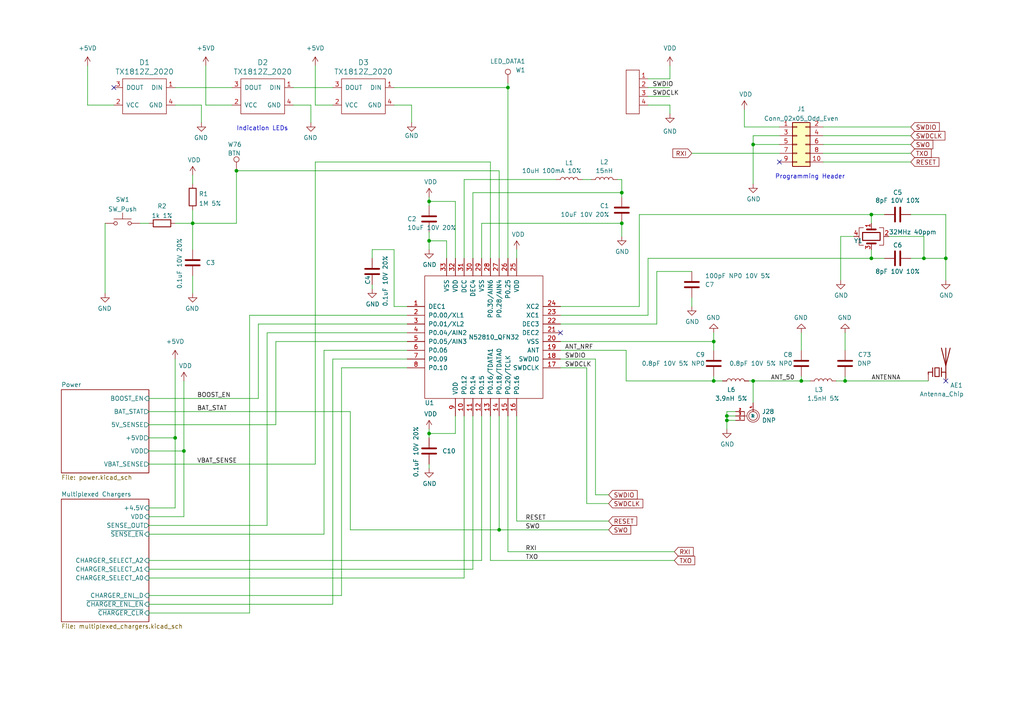
<source format=kicad_sch>
(kicad_sch (version 20211123) (generator eeschema)
  (paper "A4")
  (lib_symbols
    (symbol "Connector_Generic:Conn_02x05_Odd_Even" (pin_names (offset 1.016) hide)
      (property "Reference" "J" (at 1.27 7.62 0))
      (property "Value" "Conn_02x05_Odd_Even" (at 1.27 -7.62 0))
      (symbol "Conn_02x05_Odd_Even_1_1"
        (rectangle (start -1.27 -4.953) (end 0 -5.207) (stroke (width 0.1524)))
        (rectangle (start -1.27 -2.413) (end 0 -2.667) (stroke (width 0.1524)))
        (rectangle (start -1.27 0.127) (end 0 -0.127) (stroke (width 0.1524)))
        (rectangle (start -1.27 2.667) (end 0 2.413) (stroke (width 0.1524)))
        (rectangle (start -1.27 5.207) (end 0 4.953) (stroke (width 0.1524)))
        (rectangle (start -1.27 6.35) (end 3.81 -6.35) (stroke (width 0.254)) (fill (type background)))
        (rectangle (start 3.81 -4.953) (end 2.54 -5.207) (stroke (width 0.1524)))
        (rectangle (start 3.81 -2.413) (end 2.54 -2.667) (stroke (width 0.1524)))
        (rectangle (start 3.81 0.127) (end 2.54 -0.127) (stroke (width 0.1524)))
        (rectangle (start 3.81 2.667) (end 2.54 2.413) (stroke (width 0.1524)))
        (rectangle (start 3.81 5.207) (end 2.54 4.953) (stroke (width 0.1524)))
        (pin passive line (at -5.08 5.08 0) (length 3.81) (name "Pin_1") (number "1"))
        (pin passive line (at 7.62 -5.08 180) (length 3.81) (name "Pin_10") (number "10"))
        (pin passive line (at 7.62 5.08 180) (length 3.81) (name "Pin_2") (number "2"))
        (pin passive line (at -5.08 2.54 0) (length 3.81) (name "Pin_3") (number "3"))
        (pin passive line (at 7.62 2.54 180) (length 3.81) (name "Pin_4") (number "4"))
        (pin passive line (at -5.08 0 0) (length 3.81) (name "Pin_5") (number "5"))
        (pin passive line (at 7.62 0 180) (length 3.81) (name "Pin_6") (number "6"))
        (pin passive line (at -5.08 -2.54 0) (length 3.81) (name "Pin_7") (number "7"))
        (pin passive line (at 7.62 -2.54 180) (length 3.81) (name "Pin_8") (number "8"))
        (pin passive line (at -5.08 -5.08 0) (length 3.81) (name "Pin_9") (number "9"))
      )
    )
    (symbol "Device:Antenna_Chip" (pin_numbers hide) (pin_names (offset 1.016) hide)
      (property "Reference" "AE" (at 0 5.08 0))
      (property "Value" "Antenna_Chip" (at 0 3.175 0))
      (symbol "Antenna_Chip_0_1"
        (polyline (pts (xy -2.54 0) (xy -2.54 -0.635)) (stroke (width 0.254)))
        (polyline (pts (xy -2.54 0) (xy -1.27 0)) (stroke (width 0.254)))
        (polyline (pts (xy 1.27 0) (xy 2.54 0)) (stroke (width 0.254)))
        (polyline (pts (xy 1.27 1.27) (xy 1.27 -1.27)) (stroke (width 0.254)))
        (polyline (pts (xy 2.54 -0.635) (xy 2.54 0)))
        (polyline (pts (xy 2.54 6.985) (xy 2.54 -1.905)) (stroke (width 0.254)))
        (polyline (pts (xy -1.27 1.27) (xy -1.27 -1.27) (xy -1.27 0)) (stroke (width 0.254)))
        (polyline (pts (xy 3.81 6.985) (xy 2.54 1.905) (xy 1.27 6.985)) (stroke (width 0.254)))
        (polyline (pts (xy -0.635 1.27) (xy 0.635 1.27) (xy 0.635 -1.27) (xy -0.635 -1.27) (xy -0.635 1.27)) (stroke (width 0.254)))
      )
      (symbol "Antenna_Chip_1_1"
        (pin input line (at -2.54 -2.54 90) (length 2.54) (name "FEED") (number "1"))
        (pin passive line (at 2.54 -2.54 90) (length 2.54) (name "PCB_Trace") (number "2"))
      )
    )
    (symbol "Device:C" (pin_numbers hide) (pin_names (offset 0.254))
      (property "Reference" "C" (at 0.635 2.54 0))
      (property "Value" "C" (at 0.635 -2.54 0))
      (symbol "C_0_1"
        (polyline (pts (xy -2.032 -0.762) (xy 2.032 -0.762)) (stroke (width 0.508)))
        (polyline (pts (xy -2.032 0.762) (xy 2.032 0.762)) (stroke (width 0.508)))
      )
      (symbol "C_1_1"
        (pin passive line (at 0 3.81 270) (length 2.794) (name "~") (number "1"))
        (pin passive line (at 0 -3.81 90) (length 2.794) (name "~") (number "2"))
      )
    )
    (symbol "Device:Crystal_GND24" (pin_names (offset 1.016) hide)
      (property "Reference" "Y" (at 3.175 5.08 0))
      (property "Value" "Crystal_GND24" (at 3.175 3.175 0))
      (symbol "Crystal_GND24_0_1"
        (rectangle (start -1.143 2.54) (end 1.143 -2.54) (stroke (width 0.3048)))
        (polyline (pts (xy -2.54 0) (xy -2.032 0)))
        (polyline (pts (xy -2.032 -1.27) (xy -2.032 1.27)) (stroke (width 0.508)))
        (polyline (pts (xy 0 -3.81) (xy 0 -3.556)))
        (polyline (pts (xy 0 3.556) (xy 0 3.81)))
        (polyline (pts (xy 2.032 -1.27) (xy 2.032 1.27)) (stroke (width 0.508)))
        (polyline (pts (xy 2.032 0) (xy 2.54 0)))
        (polyline (pts (xy -2.54 -2.286) (xy -2.54 -3.556) (xy 2.54 -3.556) (xy 2.54 -2.286)))
        (polyline (pts (xy -2.54 2.286) (xy -2.54 3.556) (xy 2.54 3.556) (xy 2.54 2.286)))
      )
      (symbol "Crystal_GND24_1_1"
        (pin passive line (at -3.81 0 0) (length 1.27) (name "1") (number "1"))
        (pin passive line (at 0 5.08 270) (length 1.27) (name "2") (number "2"))
        (pin passive line (at 3.81 0 180) (length 1.27) (name "3") (number "3"))
        (pin passive line (at 0 -5.08 90) (length 1.27) (name "4") (number "4"))
      )
    )
    (symbol "Device:L" (pin_numbers hide) (pin_names (offset 1.016) hide)
      (property "Reference" "L" (at -1.27 0 90))
      (property "Value" "L" (at 1.905 0 90))
      (symbol "L_0_1"
        (arc (start 0 -2.54) (mid 0.635 -1.905) (end 0 -1.27))
        (arc (start 0 -1.27) (mid 0.635 -0.635) (end 0 0))
        (arc (start 0 0) (mid 0.635 0.635) (end 0 1.27))
        (arc (start 0 1.27) (mid 0.635 1.905) (end 0 2.54))
      )
      (symbol "L_1_1"
        (pin passive line (at 0 3.81 270) (length 1.27) (name "1") (number "1"))
        (pin passive line (at 0 -3.81 90) (length 1.27) (name "2") (number "2"))
      )
    )
    (symbol "Device:R" (pin_numbers hide) (pin_names (offset 0))
      (property "Reference" "R" (at 2.032 0 90))
      (property "Value" "R" (at 0 0 90))
      (symbol "R_0_1"
        (rectangle (start -1.016 -2.54) (end 1.016 2.54) (stroke (width 0.254)))
      )
      (symbol "R_1_1"
        (pin passive line (at 0 3.81 270) (length 1.27) (name "~") (number "1"))
        (pin passive line (at 0 -3.81 90) (length 1.27) (name "~") (number "2"))
      )
    )
    (symbol "Pixels-dice:N52810_QFN32" (pin_names (offset 1.016))
      (property "Reference" "U" (at 13.97 -19.05 0))
      (property "Value" "N52810_QFN32" (at 2.54 0 0))
      (symbol "N52810_QFN32_0_1"
        (rectangle (start -17.78 17.78) (end 16.51 -17.78))
      )
      (symbol "N52810_QFN32_1_1"
        (pin power_out line (at -22.86 8.89 0) (length 5.08) (name "DEC1") (number "1"))
        (pin bidirectional line (at -6.35 -22.86 90) (length 5.08) (name "P0.12") (number "10"))
        (pin bidirectional line (at -3.81 -22.86 90) (length 5.08) (name "P0.14") (number "11"))
        (pin bidirectional line (at -1.27 -22.86 90) (length 5.08) (name "P0.15") (number "12"))
        (pin bidirectional line (at 1.27 -22.86 90) (length 5.08) (name "P0.16/TDATA1") (number "13"))
        (pin bidirectional line (at 3.81 -22.86 90) (length 5.08) (name "P0.18/TDATA0") (number "14"))
        (pin bidirectional line (at 6.35 -22.86 90) (length 5.08) (name "P0.20/TCLK") (number "15"))
        (pin bidirectional line (at 8.89 -22.86 90) (length 5.08) (name "P0.16") (number "16"))
        (pin bidirectional line (at 21.59 -8.89 180) (length 5.08) (name "SWDCLK") (number "17"))
        (pin bidirectional line (at 21.59 -6.35 180) (length 5.08) (name "SWDIO") (number "18"))
        (pin output line (at 21.59 -3.81 180) (length 5.08) (name "ANT") (number "19"))
        (pin bidirectional line (at -22.86 6.35 0) (length 5.08) (name "P0.00/XL1") (number "2"))
        (pin output line (at 21.59 -1.27 180) (length 5.08) (name "VSS") (number "20"))
        (pin output line (at 21.59 1.27 180) (length 5.08) (name "DEC2") (number "21"))
        (pin output line (at 21.59 3.81 180) (length 5.08) (name "DEC3") (number "22"))
        (pin output line (at 21.59 6.35 180) (length 5.08) (name "XC1") (number "23"))
        (pin input line (at 21.59 8.89 180) (length 5.08) (name "XC2") (number "24"))
        (pin power_in line (at 8.89 22.86 270) (length 5.08) (name "VDD") (number "25"))
        (pin bidirectional line (at 6.35 22.86 270) (length 5.08) (name "P0.25") (number "26"))
        (pin bidirectional line (at 3.81 22.86 270) (length 5.08) (name "P0.28/AIN4") (number "27"))
        (pin bidirectional line (at 1.27 22.86 270) (length 5.08) (name "P0.30/AIN6") (number "28"))
        (pin power_in line (at -1.27 22.86 270) (length 5.08) (name "VSS") (number "29"))
        (pin bidirectional line (at -22.86 3.81 0) (length 5.08) (name "P0.01/XL2") (number "3"))
        (pin output line (at -3.81 22.86 270) (length 5.08) (name "DEC4") (number "30"))
        (pin output line (at -6.35 22.86 270) (length 5.08) (name "DCC") (number "31"))
        (pin power_in line (at -8.89 22.86 270) (length 5.08) (name "VDD") (number "32"))
        (pin power_in line (at -11.43 22.86 270) (length 5.08) (name "VSS") (number "33"))
        (pin bidirectional line (at -22.86 1.27 0) (length 5.08) (name "P0.04/AIN2") (number "4"))
        (pin bidirectional line (at -22.86 -1.27 0) (length 5.08) (name "P0.05/AIN3") (number "5"))
        (pin bidirectional line (at -22.86 -3.81 0) (length 5.08) (name "P0.06") (number "6"))
        (pin bidirectional line (at -22.86 -6.35 0) (length 5.08) (name "P0.09") (number "7"))
        (pin bidirectional line (at -22.86 -8.89 0) (length 5.08) (name "P0.10") (number "8"))
        (pin power_in line (at -8.89 -22.86 90) (length 5.08) (name "VDD") (number "9"))
      )
    )
    (symbol "Pixels-dice:TEST_1P-conn" (pin_numbers hide) (pin_names (offset 0.762) hide)
      (property "Reference" "W" (at 0 6.858 0))
      (property "Value" "TEST_1P-conn" (at 0 5.08 0))
      (symbol "TEST_1P-conn_0_1"
        (circle (center 0 3.302) (radius 0.762))
      )
      (symbol "TEST_1P-conn_1_1"
        (pin passive line (at 0 0 90) (length 2.54) (name "1") (number "1"))
      )
    )
    (symbol "Pixels-dice:TX1812Z_2020" (pin_names (offset 1.016))
      (property "Reference" "D" (at 0 -6.35 0))
      (property "Value" "TX1812Z_2020" (at 0 6.35 0))
      (symbol "TX1812Z_2020_0_1"
        (rectangle (start -6.35 5.08) (end 6.35 -5.08))
      )
      (symbol "TX1812Z_2020_1_1"
        (pin input line (at -8.89 2.54 0) (length 2.54) (name "DIN") (number "1"))
        (pin power_in line (at 8.89 -2.54 180) (length 2.54) (name "VCC") (number "2"))
        (pin output line (at 8.89 2.54 180) (length 2.54) (name "DOUT") (number "3"))
        (pin power_in line (at -8.89 -2.54 0) (length 2.54) (name "GND") (number "4"))
      )
    )
    (symbol "Pixels-dice:W.FL"
      (property "Reference" "J" (at 3.81 -1.27 0))
      (property "Value" "W.FL" (at 4.445 1.27 0))
      (symbol "W.FL_0_1"
        (polyline (pts (xy -1.27 -2.54) (xy 1.27 -2.54)))
        (polyline (pts (xy 0 -2.54) (xy 0 -1.905)))
        (circle (center 0 0) (radius 1.27))
        (circle (center 0 0) (radius 1.7961))
      )
      (symbol "W.FL_1_1"
        (pin passive line (at 1.27 -5.08 90) (length 2.54) (name "") (number "1"))
        (pin passive line (at -1.27 -5.08 90) (length 2.54) (name "") (number "2"))
        (pin passive line (at 0 -5.08 90) (length 2.54) (name "") (number "3"))
        (pin passive line (at -3.81 0 0) (length 2.54) (name "RF") (number "4"))
      )
    )
    (symbol "Pixels-dice:heard4"
      (symbol "heard4_0_1"
        (rectangle (start -3.81 6.35) (end -3.81 -6.35))
        (rectangle (start -3.81 6.35) (end 0 6.35))
        (rectangle (start 0 -6.35) (end -3.81 -6.35))
        (rectangle (start 0 6.35) (end 0 -6.35))
      )
      (symbol "heard4_1_1"
        (pin free line (at 2.54 3.81 180) (length 2.54) (name "") (number "1"))
        (pin free line (at 2.54 1.27 180) (length 2.54) (name "") (number "2"))
        (pin free line (at 2.54 -1.27 180) (length 2.54) (name "") (number "3"))
        (pin free line (at 2.54 -3.81 180) (length 2.54) (name "") (number "4"))
      )
    )
    (symbol "Switch:SW_Push" (pin_numbers hide) (pin_names (offset 1.016) hide)
      (property "Reference" "SW" (at 1.27 2.54 0))
      (property "Value" "SW_Push" (at 0 -1.524 0))
      (symbol "SW_Push_0_1"
        (circle (center -2.032 0) (radius 0.508))
        (polyline (pts (xy 0 1.27) (xy 0 3.048)))
        (polyline (pts (xy 2.54 1.27) (xy -2.54 1.27)))
        (circle (center 2.032 0) (radius 0.508))
        (pin passive line (at -5.08 0 0) (length 2.54) (name "1") (number "1"))
        (pin passive line (at 5.08 0 180) (length 2.54) (name "2") (number "2"))
      )
    )
    (symbol "power:+5VD" (power) (pin_names (offset 0))
      (property "Value" "+5VD" (at 0 3.556 0))
      (symbol "+5VD_0_1"
        (polyline (pts (xy -0.762 1.27) (xy 0 2.54)))
        (polyline (pts (xy 0 0) (xy 0 2.54)))
        (polyline (pts (xy 0 2.54) (xy 0.762 1.27)))
      )
      (symbol "+5VD_1_1"
        (pin power_in line (at 0 0 90) (length 0) hide (name "+5VD") (number "1"))
      )
    )
    (symbol "power:GND" (power) (pin_names (offset 0))
      (property "Value" "GND" (at 0 -3.81 0))
      (symbol "GND_0_1"
        (polyline (pts (xy 0 0) (xy 0 -1.27) (xy 1.27 -1.27) (xy 0 -2.54) (xy -1.27 -1.27) (xy 0 -1.27)))
      )
      (symbol "GND_1_1"
        (pin power_in line (at 0 0 270) (length 0) hide (name "GND") (number "1"))
      )
    )
    (symbol "power:VDD" (power) (pin_names (offset 0))
      (property "Value" "VDD" (at 0 3.81 0))
      (symbol "VDD_0_1"
        (polyline (pts (xy -0.762 1.27) (xy 0 2.54)))
        (polyline (pts (xy 0 0) (xy 0 2.54)))
        (polyline (pts (xy 0 2.54) (xy 0.762 1.27)))
      )
      (symbol "VDD_1_1"
        (pin power_in line (at 0 0 90) (length 0) hide (name "VDD") (number "1"))
      )
    )
  )
  (junction (at 53.34 130.81))
  (junction (at 210.82 121.92))
  (junction (at 68.58 49.53))
  (junction (at 144.78 153.67))
  (junction (at 124.46 125.73))
  (junction (at 252.73 74.93))
  (junction (at 245.11 110.49))
  (junction (at 252.73 62.23))
  (junction (at 50.8 127))
  (junction (at 55.88 64.77))
  (junction (at 124.46 69.85))
  (junction (at 147.32 25.4))
  (junction (at 274.32 74.93))
  (junction (at 267.97 74.93))
  (junction (at 207.01 99.06))
  (junction (at 180.34 64.77))
  (junction (at 124.46 58.42))
  (junction (at 218.44 110.49))
  (junction (at 232.41 110.49))
  (junction (at 218.44 41.91))
  (junction (at 210.82 120.65))
  (junction (at 207.01 110.49))
  (junction (at 180.34 55.88))
  (no_connect (at 162.56 96.52))
  (no_connect (at 274.32 110.49))
  (no_connect (at 226.06 46.99))
  (no_connect (at 33.02 25.4))
  (wire (pts (xy 80.01 99.06) (xy 118.11 99.06)))
  (wire (pts (xy 187.96 25.4) (xy 194.31 25.4)))
  (wire (pts (xy 245.11 109.22) (xy 245.11 110.49)))
  (wire (pts (xy 55.88 50.8) (xy 55.88 53.34)))
  (wire (pts (xy 180.34 64.77) (xy 180.34 68.58)))
  (wire (pts (xy 67.31 30.48) (xy 59.69 30.48)))
  (wire (pts (xy 210.82 119.38) (xy 210.82 120.65)))
  (wire (pts (xy 180.34 52.07) (xy 180.34 55.88)))
  (wire (pts (xy 217.17 110.49) (xy 218.44 110.49)))
  (wire (pts (xy 114.3 25.4) (xy 147.32 25.4)))
  (wire (pts (xy 58.42 30.48) (xy 58.42 35.56)))
  (wire (pts (xy 147.32 120.65) (xy 147.32 160.02)))
  (wire (pts (xy 101.6 153.67) (xy 101.6 119.38)))
  (wire (pts (xy 226.06 44.45) (xy 200.66 44.45)))
  (wire (pts (xy 252.73 74.93) (xy 256.54 74.93)))
  (wire (pts (xy 207.01 99.06) (xy 207.01 101.6)))
  (wire (pts (xy 144.78 153.67) (xy 101.6 153.67)))
  (wire (pts (xy 170.18 106.68) (xy 170.18 146.05)))
  (wire (pts (xy 96.52 104.14) (xy 118.11 104.14)))
  (wire (pts (xy 162.56 88.9) (xy 185.42 88.9)))
  (wire (pts (xy 68.58 64.77) (xy 68.58 49.53)))
  (wire (pts (xy 267.97 68.58) (xy 267.97 74.93)))
  (wire (pts (xy 99.06 172.72) (xy 99.06 106.68)))
  (wire (pts (xy 134.62 52.07) (xy 161.29 52.07)))
  (wire (pts (xy 232.41 110.49) (xy 234.95 110.49)))
  (wire (pts (xy 72.39 91.44) (xy 72.39 177.8)))
  (wire (pts (xy 93.98 101.6) (xy 93.98 154.94)))
  (wire (pts (xy 91.44 46.99) (xy 142.24 46.99)))
  (wire (pts (xy 67.31 25.4) (xy 50.8 25.4)))
  (wire (pts (xy 55.88 64.77) (xy 68.58 64.77)))
  (wire (pts (xy 238.76 44.45) (xy 264.16 44.45)))
  (wire (pts (xy 172.72 143.51) (xy 176.53 143.51)))
  (wire (pts (xy 139.7 64.77) (xy 180.34 64.77)))
  (wire (pts (xy 53.34 110.49) (xy 53.34 130.81)))
  (wire (pts (xy 147.32 24.13) (xy 147.32 25.4)))
  (wire (pts (xy 194.31 19.05) (xy 194.31 22.86)))
  (wire (pts (xy 179.07 52.07) (xy 180.34 52.07)))
  (wire (pts (xy 134.62 120.65) (xy 134.62 167.64)))
  (wire (pts (xy 53.34 130.81) (xy 43.18 130.81)))
  (wire (pts (xy 50.8 104.14) (xy 50.8 127)))
  (wire (pts (xy 210.82 120.65) (xy 210.82 121.92)))
  (wire (pts (xy 187.96 30.48) (xy 194.31 30.48)))
  (wire (pts (xy 142.24 120.65) (xy 142.24 162.56)))
  (wire (pts (xy 43.18 162.56) (xy 139.7 162.56)))
  (wire (pts (xy 181.61 101.6) (xy 181.61 110.49)))
  (wire (pts (xy 162.56 106.68) (xy 170.18 106.68)))
  (wire (pts (xy 139.7 64.77) (xy 139.7 74.93)))
  (wire (pts (xy 80.01 123.19) (xy 80.01 99.06)))
  (wire (pts (xy 137.16 120.65) (xy 137.16 165.1)))
  (wire (pts (xy 185.42 62.23) (xy 252.73 62.23)))
  (wire (pts (xy 50.8 147.32) (xy 50.8 127)))
  (wire (pts (xy 185.42 88.9) (xy 185.42 62.23)))
  (wire (pts (xy 59.69 19.05) (xy 59.69 30.48)))
  (wire (pts (xy 137.16 55.88) (xy 137.16 74.93)))
  (wire (pts (xy 200.66 86.36) (xy 200.66 88.9)))
  (wire (pts (xy 190.5 93.98) (xy 162.56 93.98)))
  (wire (pts (xy 181.61 110.49) (xy 207.01 110.49)))
  (wire (pts (xy 68.58 49.53) (xy 144.78 49.53)))
  (wire (pts (xy 93.98 101.6) (xy 118.11 101.6)))
  (wire (pts (xy 43.18 152.4) (xy 77.47 152.4)))
  (wire (pts (xy 218.44 39.37) (xy 218.44 41.91)))
  (wire (pts (xy 91.44 134.62) (xy 91.44 46.99)))
  (wire (pts (xy 232.41 96.52) (xy 232.41 101.6)))
  (wire (pts (xy 207.01 96.52) (xy 207.01 99.06)))
  (wire (pts (xy 55.88 60.96) (xy 55.88 64.77)))
  (wire (pts (xy 218.44 41.91) (xy 218.44 53.34)))
  (wire (pts (xy 53.34 130.81) (xy 53.34 149.86)))
  (wire (pts (xy 124.46 67.31) (xy 124.46 69.85)))
  (wire (pts (xy 180.34 55.88) (xy 137.16 55.88)))
  (wire (pts (xy 132.08 120.65) (xy 132.08 125.73)))
  (wire (pts (xy 144.78 120.65) (xy 144.78 153.67)))
  (wire (pts (xy 168.91 52.07) (xy 171.45 52.07)))
  (wire (pts (xy 134.62 74.93) (xy 134.62 52.07)))
  (wire (pts (xy 257.81 68.58) (xy 267.97 68.58)))
  (wire (pts (xy 107.95 82.55) (xy 107.95 83.82)))
  (wire (pts (xy 50.8 127) (xy 43.18 127)))
  (wire (pts (xy 114.3 72.39) (xy 107.95 72.39)))
  (wire (pts (xy 124.46 125.73) (xy 124.46 127)))
  (wire (pts (xy 162.56 99.06) (xy 207.01 99.06)))
  (wire (pts (xy 43.18 123.19) (xy 80.01 123.19)))
  (wire (pts (xy 74.93 93.98) (xy 74.93 115.57)))
  (wire (pts (xy 264.16 62.23) (xy 274.32 62.23)))
  (wire (pts (xy 149.86 120.65) (xy 149.86 151.13)))
  (wire (pts (xy 238.76 46.99) (xy 264.16 46.99)))
  (wire (pts (xy 210.82 121.92) (xy 210.82 124.46)))
  (wire (pts (xy 187.96 74.93) (xy 252.73 74.93)))
  (wire (pts (xy 124.46 69.85) (xy 124.46 72.39)))
  (wire (pts (xy 147.32 160.02) (xy 195.58 160.02)))
  (wire (pts (xy 242.57 110.49) (xy 245.11 110.49)))
  (wire (pts (xy 162.56 104.14) (xy 172.72 104.14)))
  (wire (pts (xy 226.06 36.83) (xy 215.9 36.83)))
  (wire (pts (xy 58.42 30.48) (xy 50.8 30.48)))
  (wire (pts (xy 142.24 162.56) (xy 195.58 162.56)))
  (wire (pts (xy 162.56 101.6) (xy 181.61 101.6)))
  (wire (pts (xy 232.41 109.22) (xy 232.41 110.49)))
  (wire (pts (xy 72.39 91.44) (xy 118.11 91.44)))
  (wire (pts (xy 267.97 74.93) (xy 274.32 74.93)))
  (wire (pts (xy 144.78 49.53) (xy 144.78 74.93)))
  (wire (pts (xy 77.47 152.4) (xy 77.47 96.52)))
  (wire (pts (xy 124.46 58.42) (xy 124.46 59.69)))
  (wire (pts (xy 93.98 154.94) (xy 43.18 154.94)))
  (wire (pts (xy 43.18 175.26) (xy 96.52 175.26)))
  (wire (pts (xy 118.11 88.9) (xy 114.3 88.9)))
  (wire (pts (xy 124.46 134.62) (xy 124.46 135.89)))
  (wire (pts (xy 226.06 39.37) (xy 218.44 39.37)))
  (wire (pts (xy 264.16 74.93) (xy 267.97 74.93)))
  (wire (pts (xy 139.7 120.65) (xy 139.7 162.56)))
  (wire (pts (xy 107.95 72.39) (xy 107.95 74.93)))
  (wire (pts (xy 147.32 25.4) (xy 147.32 74.93)))
  (wire (pts (xy 149.86 72.39) (xy 149.86 74.93)))
  (wire (pts (xy 213.36 121.92) (xy 210.82 121.92)))
  (wire (pts (xy 91.44 19.05) (xy 91.44 30.48)))
  (wire (pts (xy 124.46 58.42) (xy 124.46 57.15)))
  (wire (pts (xy 43.18 167.64) (xy 134.62 167.64)))
  (wire (pts (xy 247.65 68.58) (xy 243.84 68.58)))
  (wire (pts (xy 194.31 30.48) (xy 194.31 33.02)))
  (wire (pts (xy 218.44 41.91) (xy 226.06 41.91)))
  (wire (pts (xy 176.53 151.13) (xy 149.86 151.13)))
  (wire (pts (xy 55.88 64.77) (xy 55.88 72.39)))
  (wire (pts (xy 243.84 68.58) (xy 243.84 81.28)))
  (wire (pts (xy 43.18 147.32) (xy 50.8 147.32)))
  (wire (pts (xy 162.56 91.44) (xy 187.96 91.44)))
  (wire (pts (xy 96.52 25.4) (xy 85.09 25.4)))
  (wire (pts (xy 218.44 110.49) (xy 218.44 116.84)))
  (wire (pts (xy 187.96 27.94) (xy 194.31 27.94)))
  (wire (pts (xy 33.02 30.48) (xy 25.4 30.48)))
  (wire (pts (xy 55.88 80.01) (xy 55.88 85.09)))
  (wire (pts (xy 74.93 93.98) (xy 118.11 93.98)))
  (wire (pts (xy 43.18 172.72) (xy 99.06 172.72)))
  (wire (pts (xy 245.11 110.49) (xy 269.24 110.49)))
  (wire (pts (xy 252.73 64.77) (xy 252.73 62.23)))
  (wire (pts (xy 274.32 62.23) (xy 274.32 74.93)))
  (wire (pts (xy 176.53 153.67) (xy 144.78 153.67)))
  (wire (pts (xy 124.46 125.73) (xy 124.46 124.46)))
  (wire (pts (xy 274.32 74.93) (xy 274.32 81.28)))
  (wire (pts (xy 50.8 64.77) (xy 55.88 64.77)))
  (wire (pts (xy 245.11 96.52) (xy 245.11 101.6)))
  (wire (pts (xy 200.66 78.74) (xy 190.5 78.74)))
  (wire (pts (xy 215.9 36.83) (xy 215.9 31.75)))
  (wire (pts (xy 96.52 104.14) (xy 96.52 175.26)))
  (wire (pts (xy 132.08 74.93) (xy 132.08 58.42)))
  (wire (pts (xy 43.18 177.8) (xy 72.39 177.8)))
  (wire (pts (xy 190.5 78.74) (xy 190.5 93.98)))
  (wire (pts (xy 30.48 64.77) (xy 30.48 85.09)))
  (wire (pts (xy 129.54 69.85) (xy 124.46 69.85)))
  (wire (pts (xy 119.38 30.48) (xy 114.3 30.48)))
  (wire (pts (xy 142.24 46.99) (xy 142.24 74.93)))
  (wire (pts (xy 96.52 30.48) (xy 91.44 30.48)))
  (wire (pts (xy 90.17 30.48) (xy 85.09 30.48)))
  (wire (pts (xy 99.06 106.68) (xy 118.11 106.68)))
  (wire (pts (xy 25.4 19.05) (xy 25.4 30.48)))
  (wire (pts (xy 119.38 30.48) (xy 119.38 35.56)))
  (wire (pts (xy 43.18 115.57) (xy 74.93 115.57)))
  (wire (pts (xy 252.73 62.23) (xy 256.54 62.23)))
  (wire (pts (xy 238.76 41.91) (xy 264.16 41.91)))
  (wire (pts (xy 213.36 120.65) (xy 210.82 120.65)))
  (wire (pts (xy 132.08 58.42) (xy 124.46 58.42)))
  (wire (pts (xy 213.36 119.38) (xy 210.82 119.38)))
  (wire (pts (xy 180.34 55.88) (xy 180.34 57.15)))
  (wire (pts (xy 114.3 88.9) (xy 114.3 72.39)))
  (wire (pts (xy 207.01 110.49) (xy 209.55 110.49)))
  (wire (pts (xy 170.18 146.05) (xy 176.53 146.05)))
  (wire (pts (xy 53.34 149.86) (xy 43.18 149.86)))
  (wire (pts (xy 40.64 64.77) (xy 43.18 64.77)))
  (wire (pts (xy 77.47 96.52) (xy 118.11 96.52)))
  (wire (pts (xy 172.72 104.14) (xy 172.72 143.51)))
  (wire (pts (xy 187.96 91.44) (xy 187.96 74.93)))
  (wire (pts (xy 238.76 39.37) (xy 264.16 39.37)))
  (wire (pts (xy 238.76 36.83) (xy 264.16 36.83)))
  (wire (pts (xy 252.73 72.39) (xy 252.73 74.93)))
  (wire (pts (xy 218.44 110.49) (xy 232.41 110.49)))
  (wire (pts (xy 207.01 109.22) (xy 207.01 110.49)))
  (wire (pts (xy 187.96 22.86) (xy 194.31 22.86)))
  (wire (pts (xy 132.08 125.73) (xy 124.46 125.73)))
  (wire (pts (xy 129.54 74.93) (xy 129.54 69.85)))
  (wire (pts (xy 43.18 165.1) (xy 137.16 165.1)))
  (wire (pts (xy 43.18 119.38) (xy 101.6 119.38)))
  (wire (pts (xy 90.17 35.56) (xy 90.17 30.48)))
  (wire (pts (xy 43.18 134.62) (xy 91.44 134.62)))
  (text "Programming Header" (at 224.79 52.07 0) (effects (font (size 1.27 1.27)) (justify left bottom)))
  (text "Indication LEDs" (at 68.58 38.1 0) (effects (font (size 1.27 1.27)) (justify left bottom)))
  (label "ANT_50" (at 223.52 110.49 0))
  (label "ANTENNA" (at 252.73 110.49 0))
  (label "BOOST_EN" (at 57.15 115.57 0))
  (label "ANT_NRF" (at 163.83 101.6 0))
  (label "VBAT_SENSE" (at 57.15 134.62 0))
  (label "SWDCLK" (at 189.23 27.94 0))
  (label "TXO" (at 152.4 162.56 0))
  (label "RESET" (at 152.4 151.13 0))
  (label "SWO" (at 152.4 153.67 0))
  (label "SWDCLK" (at 163.83 106.68 0))
  (label "SWDIO" (at 163.83 104.14 0))
  (label "SWDIO" (at 189.23 25.4 0))
  (label "BAT_STAT" (at 57.15 119.38 0))
  (label "RXI" (at 152.4 160.02 0))
  (global_label "RESET" (shape input) (at 264.16 46.99 0) (property "Intersheet References" "${INTERSHEET_REFS}" (effects hide)))
  (global_label "SWDCLK" (shape input) (at 264.16 39.37 0) (property "Intersheet References" "${INTERSHEET_REFS}" (effects hide)))
  (global_label "TXO" (shape input) (at 264.16 44.45 0) (property "Intersheet References" "${INTERSHEET_REFS}" (effects hide)))
  (global_label "SWO" (shape input) (at 176.53 153.67 0) (property "Intersheet References" "${INTERSHEET_REFS}" (effects hide)))
  (global_label "SWDIO" (shape input) (at 176.53 143.51 0) (property "Intersheet References" "${INTERSHEET_REFS}" (effects hide)))
  (global_label "TXO" (shape input) (at 195.58 162.56 0) (property "Intersheet References" "${INTERSHEET_REFS}" (effects hide)))
  (global_label "RXI" (shape input) (at 195.58 160.02 0) (property "Intersheet References" "${INTERSHEET_REFS}" (effects hide)))
  (global_label "RXI" (shape input) (at 200.66 44.45 180) (property "Intersheet References" "${INTERSHEET_REFS}" (effects hide)))
  (global_label "RESET" (shape input) (at 176.53 151.13 0) (property "Intersheet References" "${INTERSHEET_REFS}" (effects hide)))
  (global_label "SWDIO" (shape input) (at 264.16 36.83 0) (property "Intersheet References" "${INTERSHEET_REFS}" (effects hide)))
  (global_label "SWO" (shape input) (at 264.16 41.91 0) (property "Intersheet References" "${INTERSHEET_REFS}" (effects hide)))
  (global_label "SWDCLK" (shape input) (at 176.53 146.05 0) (property "Intersheet References" "${INTERSHEET_REFS}" (effects hide)))
  (symbol (lib_id "power:VDD") (at 215.9 31.75 0) (unit 1)
    (property "Reference" "#PWR04" (effects hide))
    (property "Value" "VDD" (at 216.281 27.3558 0))
  )
  (symbol (lib_id "Device:L") (at 213.36 110.49 90) (unit 1)
    (property "Reference" "L6" (at 212.09 113.03 90))
    (property "Value" "3.9nH 5%" (at 212.09 115.57 90))
    (property "Footprint" "Pixels-dice:0402_RF" (effects hide))
    (property "Generic OK" "YES" (effects hide))
    (property "Manufacturer" "Murata" (effects hide))
    (property "Manufacturer Part Number" "LQG15HS3N9B02D" (effects hide))
  )
  (symbol (lib_id "power:GND") (at 30.48 85.09 0) (mirror y) (unit 1)
    (property "Reference" "#PWR015" (effects hide))
    (property "Value" "GND" (at 30.353 89.4842 0))
  )
  (symbol (lib_id "Device:C") (at 124.46 130.81 0) (unit 1)
    (property "Reference" "C10" (at 128.27 130.81 0) (effects (justify left)))
    (property "Value" "0.1uF 10V 20%" (at 120.65 138.43 90) (effects (justify left)))
    (property "Footprint" "Capacitor_SMD:C_0402_1005Metric" (effects hide))
    (property "Generic OK" "YES" (effects hide))
    (property "Manufacturer" "Murata" (effects hide))
    (property "Manufacturer Part Number" "GRM155R61H104KE19D" (effects hide))
    (property "LCSC Part Number" "C2168305" (effects hide))
  )
  (symbol (lib_id "Device:Antenna_Chip") (at 271.78 107.95 0) (unit 1)
    (property "Reference" "AE1" (at 275.59 111.76 0) (effects (justify left)))
    (property "Value" "Antenna_Chip" (at 266.7 114.3 0) (effects (justify left)))
    (property "Footprint" "Pixels-dice:CHIP_ANT" (effects hide))
    (property "Generic OK" "NO" (effects hide))
    (property "Manufacturer" "Microgate" (effects hide))
    (property "Manufacturer Part Number" "MGMA3216H2450-A02" (effects hide))
  )
  (symbol (lib_id "power:GND") (at 243.84 81.28 0) (unit 1)
    (property "Reference" "#PWR019" (effects hide))
    (property "Value" "GND" (at 243.967 85.6742 0))
  )
  (symbol (lib_id "Device:R") (at 55.88 57.15 180) (unit 1)
    (property "Reference" "R1" (at 57.658 56.2415 0) (effects (justify right)))
    (property "Value" "1M 5%" (at 57.658 59.0166 0) (effects (justify right)))
    (property "Footprint" "Resistor_SMD:R_0402_1005Metric" (effects hide))
    (property "Manufacturer" "UNI-ROYAL(Uniroyal Elec)" (effects hide))
    (property "Manufacturer Part Number" "0402WGJ0105TCE" (effects hide))
    (property "Generic OK" "YES" (effects hide))
  )
  (symbol (lib_id "Device:Crystal_GND24") (at 252.73 68.58 270) (unit 1)
    (property "Reference" "Y1" (at 247.65 69.85 90) (effects (justify left)))
    (property "Value" "32MHz 40ppm" (at 257.81 67.31 90) (effects (justify left)))
    (property "Footprint" "Pixels-dice:Crystal_SMD_2016-4Pin_2.0x1.6mm" (effects hide))
    (property "Generic OK" "YES" (effects hide))
    (property "Manufacturer" "Murata" (effects hide))
    (property "Manufacturer Part Number" "XRCGB32M000F2P00R0" (effects hide))
    (property "Pixels Part Number" "SMD-Y001" (effects hide))
    (property "LCSC Part Number" "C527602" (effects hide))
  )
  (symbol (lib_id "Pixels-dice:W.FL") (at 218.44 120.65 270) (unit 1)
    (property "Reference" "J28" (at 220.98 119.3799 90) (effects (justify left)))
    (property "Value" "DNP" (at 220.98 121.9199 90) (effects (justify left)))
    (property "Footprint" "RFFrontEnd:MFH3.RECE.20369.001E.01" (effects hide))
    (property "Generic OK" "N/A" (effects hide))
  )
  (symbol (lib_id "Device:C") (at 260.35 62.23 270) (unit 1)
    (property "Reference" "C5" (at 260.35 55.8292 90))
    (property "Value" "8pF 10V 10%" (at 260.35 58.1406 90))
    (property "Footprint" "Capacitor_SMD:C_0402_1005Metric" (effects hide))
    (property "Generic OK" "YES" (effects hide))
    (property "Pixels Part Number" "SMD-C001" (effects hide))
    (property "Manufacturer" "Murata" (effects hide))
    (property "Manufacturer Part Number" "GRT1555C2A8R0DA02" (effects hide))
    (property "LCSC Part Number" "C521082" (effects hide))
  )
  (symbol (lib_id "power:VDD") (at 124.46 124.46 0) (unit 1)
    (property "Reference" "#PWR025" (effects hide))
    (property "Value" "VDD" (at 124.8918 120.0658 0))
  )
  (symbol (lib_id "power:GND") (at 90.17 35.56 0) (mirror y) (unit 1)
    (property "Reference" "#PWR06" (effects hide))
    (property "Value" "GND" (at 90.043 39.9542 0))
  )
  (symbol (lib_id "power:GND") (at 124.46 72.39 0) (unit 1)
    (property "Reference" "#PWR012" (effects hide))
    (property "Value" "GND" (at 124.587 76.7842 0))
  )
  (symbol (lib_id "power:GND") (at 218.44 53.34 0) (unit 1)
    (property "Reference" "#PWR0101" (effects hide))
    (property "Value" "GND" (at 218.567 57.7342 0))
  )
  (symbol (lib_id "Device:C") (at 245.11 105.41 180) (unit 1)
    (property "Reference" "C73" (at 252.73 102.87 0) (effects (justify left)))
    (property "Value" "DNP" (at 252.73 105.41 0) (effects (justify left)))
    (property "Footprint" "Pixels-dice:0402_RF" (effects hide))
    (property "Generic OK" "YES" (effects hide))
    (property "Pixels Part Number" "SMD-C004" (effects hide))
  )
  (symbol (lib_id "Device:L") (at 238.76 110.49 90) (unit 1)
    (property "Reference" "L3" (at 237.49 113.03 90))
    (property "Value" "1.5nH 5%" (at 238.76 115.57 90))
    (property "Footprint" "Pixels-dice:0402_RF" (effects hide))
    (property "Generic OK" "YES" (effects hide))
    (property "Manufacturer" "Murata" (effects hide))
    (property "Manufacturer Part Number" "LQG15WZ1N5B02D" (effects hide))
  )
  (symbol (lib_id "power:VDD") (at 124.46 57.15 0) (unit 1)
    (property "Reference" "#PWR09" (effects hide))
    (property "Value" "VDD" (at 124.8918 52.7558 0))
  )
  (symbol (lib_id "power:GND") (at 245.11 96.52 180) (unit 1)
    (property "Reference" "#PWR087" (effects hide))
    (property "Value" "GND" (at 244.983 92.1258 0))
  )
  (symbol (lib_id "power:VDD") (at 55.88 50.8 0) (unit 1)
    (property "Reference" "#PWR08" (effects hide))
    (property "Value" "VDD" (at 56.3118 46.4058 0))
  )
  (symbol (lib_id "power:+5VD") (at 59.69 19.05 0) (unit 1)
    (property "Reference" "#PWR0105" (effects hide))
    (property "Value" "+5VD" (at 59.69 13.97 0))
  )
  (symbol (lib_id "Pixels-dice:TX1812Z_2020") (at 105.41 27.94 0) (mirror y) (unit 1)
    (property "Reference" "D3" (at 105.41 18.1102 0) (effects (font (size 1.524 1.524))))
    (property "Value" "TX1812Z_2020" (at 105.41 20.8026 0) (effects (font (size 1.524 1.524))))
    (property "Footprint" "Pixels-dice:TX1812Z_2020" (effects hide))
    (property "Manufacturer" "TCWIN" (effects hide))
    (property "Manufacturer Part Number" "TC2020RGB-3CJH-TX1812Z5" (effects hide))
    (property "Pixels Part Number" "SMD-D002-ALT2" (effects hide))
    (property "Generic OK" "NO" (effects hide))
    (property "LCSC Part Number" "C784564" (effects hide))
  )
  (symbol (lib_id "Device:C") (at 124.46 63.5 0) (unit 1)
    (property "Reference" "C2" (at 118.11 63.5 0) (effects (justify left)))
    (property "Value" "10uF 10V 20%" (at 118.11 66.04 0) (effects (justify left)))
    (property "Footprint" "Capacitor_SMD:C_0603_1608Metric" (effects hide))
    (property "Generic OK" "YES" (effects hide))
    (property "Pixels Part Number" "SMD-C002" (effects hide))
    (property "Manufacturer" "Murata" (effects hide))
    (property "Manufacturer Part Number" "GRM188R61A106ME69D" (effects hide))
  )
  (symbol (lib_id "Pixels-dice:TEST_1P-conn") (at 68.58 49.53 0) (unit 1)
    (property "Reference" "W76" (at 66.04 41.91 0) (effects (justify left)))
    (property "Value" "BTN" (at 66.04 44.45 0) (effects (justify left)))
    (property "Footprint" "Pixels-dice:TEST_PIN" (effects hide))
  )
  (symbol (lib_id "Device:R") (at 46.99 64.77 90) (unit 1)
    (property "Reference" "R2" (at 46.99 59.7875 90))
    (property "Value" "1k 1%" (at 46.99 62.5626 90))
    (property "Footprint" "Resistor_SMD:R_0402_1005Metric" (effects hide))
    (property "LCSC Part Number" "C11702" (effects hide))
    (property "Manufacturer" "UNI-ROYAL(Uniroyal Elec)" (effects hide))
    (property "Manufacturer Part Number" "0402WGF1001TCE" (effects hide))
    (property "Generic OK" "YES" (effects hide))
  )
  (symbol (lib_id "Device:C") (at 55.88 76.2 0) (unit 1)
    (property "Reference" "C3" (at 59.69 76.2 0) (effects (justify left)))
    (property "Value" "0.1uF 10V 20%" (at 52.07 83.82 90) (effects (justify left)))
    (property "Footprint" "Capacitor_SMD:C_0402_1005Metric" (effects hide))
    (property "Generic OK" "YES" (effects hide))
    (property "Manufacturer" "Murata" (effects hide))
    (property "Manufacturer Part Number" "GRM155R61H104KE19D" (effects hide))
    (property "LCSC Part Number" "C2168305" (effects hide))
  )
  (symbol (lib_id "power:GND") (at 119.38 35.56 0) (mirror y) (unit 1)
    (property "Reference" "#PWR07" (effects hide))
    (property "Value" "GND" (at 119.38 39.37 0))
  )
  (symbol (lib_id "Device:L") (at 175.26 52.07 90) (unit 1)
    (property "Reference" "L2" (at 175.26 46.99 90))
    (property "Value" "15nH" (at 175.26 49.53 90))
    (property "Footprint" "Inductor_SMD:L_0402_1005Metric" (effects hide))
    (property "Generic OK" "YES" (effects hide))
    (property "Manufacturer" "Murata" (effects hide))
    (property "Manufacturer Part Number" "LQG15HS15NJ02D" (effects hide))
    (property "LCSC Part Number" "C87189" (effects hide))
  )
  (symbol (lib_id "power:GND") (at 200.66 88.9 0) (unit 1)
    (property "Reference" "#PWR022" (effects hide))
    (property "Value" "GND" (at 200.787 93.2942 0))
  )
  (symbol (lib_id "power:GND") (at 232.41 96.52 180) (unit 1)
    (property "Reference" "#PWR024" (effects hide))
    (property "Value" "GND" (at 232.283 92.1258 0))
  )
  (symbol (lib_id "Device:C") (at 232.41 105.41 180) (unit 1)
    (property "Reference" "C8" (at 229.87 102.87 0) (effects (justify left)))
    (property "Value" "0.8pF 10V 5% NP0" (at 229.87 105.41 0) (effects (justify left)))
    (property "Footprint" "Pixels-dice:0402_RF" (effects hide))
    (property "Generic OK" "YES" (effects hide))
    (property "Pixels Part Number" "SMD-C004" (effects hide))
    (property "Manufacturer" "Murata" (effects hide))
    (property "Manufacturer Part Number" "GJM1555C1HR80BB01" (effects hide))
  )
  (symbol (lib_id "power:VDD") (at 53.34 110.49 0) (unit 1)
    (property "Reference" "#PWR018" (effects hide))
    (property "Value" "VDD" (at 53.7718 106.0958 0))
  )
  (symbol (lib_id "Switch:SW_Push") (at 35.56 64.77 0) (mirror y) (unit 1)
    (property "Reference" "SW1" (at 35.56 57.8825 0))
    (property "Value" "SW_Push" (at 35.56 60.6576 0))
    (property "Footprint" "Pixels-dice:TSB002" (effects hide))
    (property "Manufacturer" "BZCN" (effects hide))
    (property "Manufacturer Part Number" "TSB001A3526A02" (effects hide))
    (property "LCSC Part Number" "C2888889" (effects hide))
    (property "Generic OK" "NO" (effects hide))
  )
  (symbol (lib_id "power:+5VD") (at 91.44 19.05 0) (unit 1)
    (property "Reference" "#PWR0108" (effects hide))
    (property "Value" "+5VD" (at 91.44 13.97 0))
  )
  (symbol (lib_id "Device:C") (at 207.01 105.41 180) (unit 1)
    (property "Reference" "C9" (at 204.47 102.87 0) (effects (justify left)))
    (property "Value" "0.8pF 10V 5% NP0" (at 204.47 105.41 0) (effects (justify left)))
    (property "Footprint" "Pixels-dice:0402_RF" (effects hide))
    (property "Generic OK" "YES" (effects hide))
    (property "Pixels Part Number" "SMD-C004" (effects hide))
    (property "Manufacturer" "Murata" (effects hide))
    (property "Manufacturer Part Number" "GJM1555C1HR80BB01" (effects hide))
  )
  (symbol (lib_id "Pixels-dice:heard4") (at 185.42 26.67 0) (unit 1)
    (property "Reference" "P1" (effects hide))
    (property "Value" "heard4" (effects hide))
    (property "Footprint" "Pixels-dice:4x2.54mm_SMD" (effects hide))
  )
  (symbol (lib_id "power:+5VD") (at 25.4 19.05 0) (unit 1)
    (property "Reference" "#PWR0106" (effects hide))
    (property "Value" "+5VD" (at 25.4 13.97 0))
  )
  (symbol (lib_id "power:GND") (at 58.42 35.56 0) (mirror y) (unit 1)
    (property "Reference" "#PWR05" (effects hide))
    (property "Value" "GND" (at 58.293 39.9542 0))
  )
  (symbol (lib_id "power:GND") (at 274.32 81.28 0) (unit 1)
    (property "Reference" "#PWR020" (effects hide))
    (property "Value" "GND" (at 274.447 85.6742 0))
  )
  (symbol (lib_id "Pixels-dice:N52810_QFN32") (at 140.97 97.79 0) (unit 1)
    (property "Reference" "U1" (at 123.19 116.84 0) (effects (justify left)))
    (property "Value" "N52810_QFN32" (at 135.89 97.79 0) (effects (justify left)))
    (property "Footprint" "Package_DFN_QFN:QFN-32-1EP_5x5mm_P0.5mm_EP3.1x3.1mm" (effects hide))
    (property "Generic OK" "NO" (effects hide))
    (property "Manufacturer" "Nordic Semiconductor" (effects hide))
    (property "Manufacturer Part Number" "NRF52810-QCAA-R" (effects hide))
    (property "Pixels Part Number" "SMD-U001" (effects hide))
  )
  (symbol (lib_id "power:+5VD") (at 50.8 104.14 0) (unit 1)
    (property "Reference" "#PWR0107" (effects hide))
    (property "Value" "+5VD" (at 50.8 99.06 0))
  )
  (symbol (lib_id "power:GND") (at 194.31 33.02 0) (unit 1)
    (property "Reference" "#PWR0102" (effects hide))
    (property "Value" "GND" (at 194.31 38.1 0))
  )
  (symbol (lib_id "Device:L") (at 165.1 52.07 90) (unit 1)
    (property "Reference" "L1" (at 165.1 47.244 90))
    (property "Value" "10uH 100mA 10%" (at 160.02 49.53 90))
    (property "Footprint" "Inductor_SMD:L_0805_2012Metric" (effects hide))
    (property "Generic OK" "YES" (effects hide))
    (property "Pixels Part Number" "SMD-L001" (effects hide))
    (property "Manufacturer" "Murata" (effects hide))
    (property "Manufacturer Part Number" "LQM21FN100M80L" (effects hide))
    (property "LCSC Part Number" "C223269" (effects hide))
  )
  (symbol (lib_id "power:GND") (at 55.88 85.09 0) (mirror y) (unit 1)
    (property "Reference" "#PWR016" (effects hide))
    (property "Value" "GND" (at 55.753 89.4842 0))
  )
  (symbol (lib_id "power:VDD") (at 149.86 72.39 0) (unit 1)
    (property "Reference" "#PWR013" (effects hide))
    (property "Value" "VDD" (at 150.2918 67.9958 0))
  )
  (symbol (lib_id "Device:C") (at 200.66 82.55 0) (unit 1)
    (property "Reference" "C7" (at 204.47 82.55 0) (effects (justify left)))
    (property "Value" "100pF NP0 10V 5%" (at 204.47 80.01 0) (effects (justify left)))
    (property "Footprint" "Capacitor_SMD:C_0402_1005Metric" (effects hide))
    (property "Generic OK" "YES" (effects hide))
    (property "Pixels Part Number" "SMD-C003" (effects hide))
    (property "Manufacturer" "Murata" (effects hide))
    (property "Manufacturer Part Number" "GCM1555C1H101JA16J" (effects hide))
    (property "LCSC Part Number" "C2188957" (effects hide))
  )
  (symbol (lib_id "Device:C") (at 107.95 78.74 0) (unit 1)
    (property "Reference" "C4" (at 106.68 82.55 90) (effects (justify left)))
    (property "Value" "0.1uF 10V 20%" (at 111.76 88.9 90) (effects (justify left)))
    (property "Footprint" "Capacitor_SMD:C_0402_1005Metric" (effects hide))
    (property "Generic OK" "YES" (effects hide))
    (property "Manufacturer" "Murata" (effects hide))
    (property "Manufacturer Part Number" "GRM155R61H104KE19D" (effects hide))
    (property "LCSC Part Number" "C2168305" (effects hide))
  )
  (symbol (lib_id "Pixels-dice:TX1812Z_2020") (at 41.91 27.94 0) (mirror y) (unit 1)
    (property "Reference" "D1" (at 41.91 18.1102 0) (effects (font (size 1.524 1.524))))
    (property "Value" "TX1812Z_2020" (at 41.91 20.8026 0) (effects (font (size 1.524 1.524))))
    (property "Footprint" "Pixels-dice:TX1812Z_2020" (effects hide))
    (property "Manufacturer" "TCWIN" (effects hide))
    (property "Manufacturer Part Number" "TC2020RGB-3CJH-TX1812Z5" (effects hide))
    (property "Pixels Part Number" "SMD-D002-ALT2" (effects hide))
    (property "Generic OK" "NO" (effects hide))
    (property "LCSC Part Number" "C784564" (effects hide))
  )
  (symbol (lib_id "Connector_Generic:Conn_02x05_Odd_Even") (at 231.14 41.91 0) (unit 1)
    (property "Reference" "J1" (at 232.41 31.5935 0))
    (property "Value" "Conn_02x05_Odd_Even" (at 232.41 34.3686 0))
    (property "Footprint" "Connector_PinHeader_1.27mm:PinHeader_2x05_P1.27mm_Vertical_SMD" (effects hide))
    (property "LCSC Part Number" "C2962219" (effects hide))
    (property "Manufacturer" "XKB Connectivity" (effects hide))
    (property "Manufacturer Part Number" "X1270WVS-2x05B-6TV01" (effects hide))
    (property "Generic OK" "YES" (effects hide))
  )
  (symbol (lib_id "power:GND") (at 210.82 124.46 0) (unit 1)
    (property "Reference" "#PWR023" (effects hide))
    (property "Value" "GND" (at 210.947 128.8542 0))
  )
  (symbol (lib_id "power:GND") (at 124.46 135.89 0) (unit 1)
    (property "Reference" "#PWR026" (effects hide))
    (property "Value" "GND" (at 124.587 140.2842 0))
  )
  (symbol (lib_id "power:GND") (at 107.95 83.82 0) (unit 1)
    (property "Reference" "#PWR014" (effects hide))
    (property "Value" "GND" (at 108.077 88.2142 0))
  )
  (symbol (lib_id "Device:C") (at 260.35 74.93 270) (unit 1)
    (property "Reference" "C6" (at 260.35 71.12 90))
    (property "Value" "8pF 10V 10%" (at 260.35 78.74 90))
    (property "Footprint" "Capacitor_SMD:C_0402_1005Metric" (effects hide))
    (property "Generic OK" "YES" (effects hide))
    (property "Pixels Part Number" "SMD-C001" (effects hide))
    (property "Manufacturer" "Murata" (effects hide))
    (property "Manufacturer Part Number" "GRT1555C2A8R0DA02" (effects hide))
    (property "LCSC Part Number" "C521082" (effects hide))
  )
  (symbol (lib_id "power:GND") (at 180.34 68.58 0) (unit 1)
    (property "Reference" "#PWR011" (effects hide))
    (property "Value" "GND" (at 180.467 72.9742 0))
  )
  (symbol (lib_id "power:VDD") (at 194.31 19.05 0) (unit 1)
    (property "Reference" "#PWR0103" (effects hide))
    (property "Value" "VDD" (at 194.31 13.97 0))
  )
  (symbol (lib_id "power:GND") (at 207.01 96.52 180) (unit 1)
    (property "Reference" "#PWR021" (effects hide))
    (property "Value" "GND" (at 206.883 92.1258 0))
  )
  (symbol (lib_id "Device:C") (at 180.34 60.96 0) (unit 1)
    (property "Reference" "C1" (at 173.99 59.69 0) (effects (justify left)))
    (property "Value" "10uF 10V 20%" (at 162.56 62.23 0) (effects (justify left)))
    (property "Footprint" "Capacitor_SMD:C_0603_1608Metric" (effects hide))
    (property "Generic OK" "YES" (effects hide))
    (property "Pixels Part Number" "SMD-C002" (effects hide))
    (property "Manufacturer" "Murata" (effects hide))
    (property "Manufacturer Part Number" "GRM188R61A106ME69D" (effects hide))
  )
  (symbol (lib_id "Pixels-dice:TEST_1P-conn") (at 147.32 24.13 0) (mirror y) (unit 1)
    (property "Reference" "W1" (at 152.4 20.32 0) (effects (justify left)))
    (property "Value" "LED_DATA1" (at 152.4 17.78 0) (effects (justify left)))
    (property "Footprint" "Pixels-dice:TEST_PIN" (effects hide))
  )
  (symbol (lib_id "Pixels-dice:TX1812Z_2020") (at 76.2 27.94 0) (mirror y) (unit 1)
    (property "Reference" "D2" (at 76.2 18.1102 0) (effects (font (size 1.524 1.524))))
    (property "Value" "TX1812Z_2020" (at 76.2 20.8026 0) (effects (font (size 1.524 1.524))))
    (property "Footprint" "Pixels-dice:TX1812Z_2020" (effects hide))
    (property "Manufacturer" "TCWIN" (effects hide))
    (property "Manufacturer Part Number" "TC2020RGB-3CJH-TX1812Z5" (effects hide))
    (property "Pixels Part Number" "SMD-D002-ALT2" (effects hide))
    (property "Generic OK" "NO" (effects hide))
    (property "LCSC Part Number" "C784564" (effects hide))
  )
  (sheet (at 17.78 144.78) (size 25.4 35.56) (stroke (width 0.1524))
    (property "Sheet name" "Multiplexed Chargers" (at 17.78 144.0684 0) (effects (justify left bottom)))
    (property "Sheet file" "multiplexed_chargers.kicad_sch" (at 17.78 180.9246 0) (effects (justify left top)))
    (pin "SENSE_OUT" output (at 43.18 152.4 0))
    (pin "~{CHARGER_ENL_EN}" input (at 43.18 175.26 0))
    (pin "CHARGER_ENL_D" input (at 43.18 172.72 0))
    (pin "CHARGER_SELECT_A2" input (at 43.18 162.56 0))
    (pin "CHARGER_SELECT_A1" input (at 43.18 165.1 0))
    (pin "CHARGER_SELECT_A0" input (at 43.18 167.64 0))
    (pin "VDD" input (at 43.18 149.86 0))
    (pin "+4.5V" input (at 43.18 147.32 0))
    (pin "~{SENSE_EN}" input (at 43.18 154.94 0))
    (pin "~{CHARGER_CLR}" input (at 43.18 177.8 0))
  )
  (sheet (at 17.78 113.03) (size 25.4 24.13) (stroke (width 0.1524))
    (property "Sheet name" "Power" (at 17.78 112.3184 0) (effects (justify left bottom)))
    (property "Sheet file" "power.kicad_sch" (at 17.78 137.7446 0) (effects (justify left top)))
    (pin "VDD" output (at 43.18 130.81 0))
    (pin "VBAT_SENSE" output (at 43.18 134.62 0))
    (pin "BAT_STAT" output (at 43.18 119.38 0))
    (pin "BOOST_EN" input (at 43.18 115.57 0))
    (pin "+5VD" output (at 43.18 127 0))
    (pin "5V_SENSE" output (at 43.18 123.19 0))
  )
)
</source>
